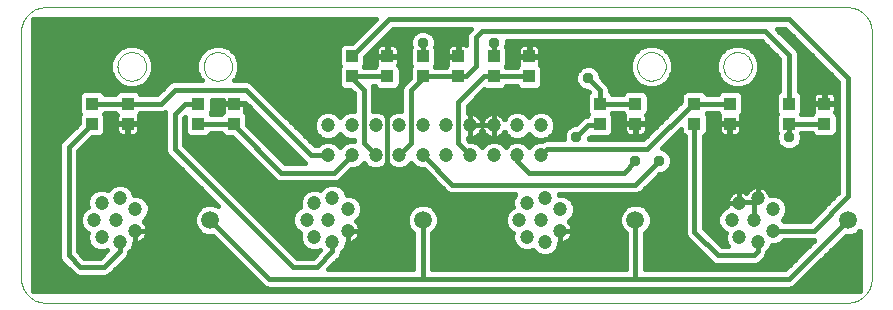
<source format=gtl>
G75*
G70*
%OFA0B0*%
%FSLAX24Y24*%
%IPPOS*%
%LPD*%
%AMOC8*
5,1,8,0,0,1.08239X$1,22.5*
%
%ADD10C,0.0000*%
%ADD11C,0.0472*%
%ADD12C,0.0591*%
%ADD13R,0.0394X0.0433*%
%ADD14C,0.0160*%
%ADD15C,0.0376*%
D10*
X021004Y000888D02*
X021004Y009156D01*
X021006Y009210D01*
X021011Y009263D01*
X021020Y009316D01*
X021033Y009368D01*
X021049Y009420D01*
X021069Y009470D01*
X021092Y009518D01*
X021119Y009565D01*
X021148Y009610D01*
X021181Y009653D01*
X021216Y009693D01*
X021254Y009731D01*
X021294Y009766D01*
X021337Y009799D01*
X021382Y009828D01*
X021429Y009855D01*
X021477Y009878D01*
X021527Y009898D01*
X021579Y009914D01*
X021631Y009927D01*
X021684Y009936D01*
X021737Y009941D01*
X021791Y009943D01*
X048563Y009943D01*
X048617Y009941D01*
X048670Y009936D01*
X048723Y009927D01*
X048775Y009914D01*
X048827Y009898D01*
X048877Y009878D01*
X048925Y009855D01*
X048972Y009828D01*
X049017Y009799D01*
X049060Y009766D01*
X049100Y009731D01*
X049138Y009693D01*
X049173Y009653D01*
X049206Y009610D01*
X049235Y009565D01*
X049262Y009518D01*
X049285Y009470D01*
X049305Y009420D01*
X049321Y009368D01*
X049334Y009316D01*
X049343Y009263D01*
X049348Y009210D01*
X049350Y009156D01*
X049351Y009156D02*
X049351Y000888D01*
X049350Y000888D02*
X049348Y000834D01*
X049343Y000781D01*
X049334Y000728D01*
X049321Y000676D01*
X049305Y000624D01*
X049285Y000574D01*
X049262Y000526D01*
X049235Y000479D01*
X049206Y000434D01*
X049173Y000391D01*
X049138Y000351D01*
X049100Y000313D01*
X049060Y000278D01*
X049017Y000245D01*
X048972Y000216D01*
X048925Y000189D01*
X048877Y000166D01*
X048827Y000146D01*
X048775Y000130D01*
X048723Y000117D01*
X048670Y000108D01*
X048617Y000103D01*
X048563Y000101D01*
X021791Y000101D01*
X021737Y000103D01*
X021684Y000108D01*
X021631Y000117D01*
X021579Y000130D01*
X021527Y000146D01*
X021477Y000166D01*
X021429Y000189D01*
X021382Y000216D01*
X021337Y000245D01*
X021294Y000278D01*
X021254Y000313D01*
X021216Y000351D01*
X021181Y000391D01*
X021148Y000434D01*
X021119Y000479D01*
X021092Y000526D01*
X021069Y000574D01*
X021049Y000624D01*
X021033Y000676D01*
X021020Y000728D01*
X021011Y000781D01*
X021006Y000834D01*
X021004Y000888D01*
X024210Y007975D02*
X024212Y008018D01*
X024218Y008061D01*
X024228Y008103D01*
X024241Y008144D01*
X024258Y008184D01*
X024279Y008222D01*
X024303Y008258D01*
X024331Y008291D01*
X024361Y008322D01*
X024394Y008350D01*
X024429Y008375D01*
X024466Y008397D01*
X024506Y008415D01*
X024546Y008429D01*
X024588Y008440D01*
X024631Y008447D01*
X024674Y008450D01*
X024717Y008449D01*
X024760Y008444D01*
X024803Y008435D01*
X024844Y008423D01*
X024884Y008406D01*
X024922Y008386D01*
X024959Y008363D01*
X024993Y008337D01*
X025025Y008307D01*
X025053Y008275D01*
X025079Y008240D01*
X025102Y008203D01*
X025121Y008164D01*
X025136Y008124D01*
X025148Y008082D01*
X025156Y008040D01*
X025160Y007997D01*
X025160Y007953D01*
X025156Y007910D01*
X025148Y007868D01*
X025136Y007826D01*
X025121Y007786D01*
X025102Y007747D01*
X025079Y007710D01*
X025053Y007675D01*
X025025Y007643D01*
X024993Y007613D01*
X024959Y007587D01*
X024923Y007564D01*
X024884Y007544D01*
X024844Y007527D01*
X024803Y007515D01*
X024760Y007506D01*
X024717Y007501D01*
X024674Y007500D01*
X024631Y007503D01*
X024588Y007510D01*
X024546Y007521D01*
X024506Y007535D01*
X024466Y007553D01*
X024429Y007575D01*
X024394Y007600D01*
X024361Y007628D01*
X024331Y007659D01*
X024303Y007692D01*
X024279Y007728D01*
X024258Y007766D01*
X024241Y007806D01*
X024228Y007847D01*
X024218Y007889D01*
X024212Y007932D01*
X024210Y007975D01*
X027084Y007975D02*
X027086Y008018D01*
X027092Y008061D01*
X027102Y008103D01*
X027115Y008144D01*
X027132Y008184D01*
X027153Y008222D01*
X027177Y008258D01*
X027205Y008291D01*
X027235Y008322D01*
X027268Y008350D01*
X027303Y008375D01*
X027340Y008397D01*
X027380Y008415D01*
X027420Y008429D01*
X027462Y008440D01*
X027505Y008447D01*
X027548Y008450D01*
X027591Y008449D01*
X027634Y008444D01*
X027677Y008435D01*
X027718Y008423D01*
X027758Y008406D01*
X027796Y008386D01*
X027833Y008363D01*
X027867Y008337D01*
X027899Y008307D01*
X027927Y008275D01*
X027953Y008240D01*
X027976Y008203D01*
X027995Y008164D01*
X028010Y008124D01*
X028022Y008082D01*
X028030Y008040D01*
X028034Y007997D01*
X028034Y007953D01*
X028030Y007910D01*
X028022Y007868D01*
X028010Y007826D01*
X027995Y007786D01*
X027976Y007747D01*
X027953Y007710D01*
X027927Y007675D01*
X027899Y007643D01*
X027867Y007613D01*
X027833Y007587D01*
X027797Y007564D01*
X027758Y007544D01*
X027718Y007527D01*
X027677Y007515D01*
X027634Y007506D01*
X027591Y007501D01*
X027548Y007500D01*
X027505Y007503D01*
X027462Y007510D01*
X027420Y007521D01*
X027380Y007535D01*
X027340Y007553D01*
X027303Y007575D01*
X027268Y007600D01*
X027235Y007628D01*
X027205Y007659D01*
X027177Y007692D01*
X027153Y007728D01*
X027132Y007766D01*
X027115Y007806D01*
X027102Y007847D01*
X027092Y007889D01*
X027086Y007932D01*
X027084Y007975D01*
X041533Y007975D02*
X041535Y008018D01*
X041541Y008061D01*
X041551Y008103D01*
X041564Y008144D01*
X041581Y008184D01*
X041602Y008222D01*
X041626Y008258D01*
X041654Y008291D01*
X041684Y008322D01*
X041717Y008350D01*
X041752Y008375D01*
X041789Y008397D01*
X041829Y008415D01*
X041869Y008429D01*
X041911Y008440D01*
X041954Y008447D01*
X041997Y008450D01*
X042040Y008449D01*
X042083Y008444D01*
X042126Y008435D01*
X042167Y008423D01*
X042207Y008406D01*
X042245Y008386D01*
X042282Y008363D01*
X042316Y008337D01*
X042348Y008307D01*
X042376Y008275D01*
X042402Y008240D01*
X042425Y008203D01*
X042444Y008164D01*
X042459Y008124D01*
X042471Y008082D01*
X042479Y008040D01*
X042483Y007997D01*
X042483Y007953D01*
X042479Y007910D01*
X042471Y007868D01*
X042459Y007826D01*
X042444Y007786D01*
X042425Y007747D01*
X042402Y007710D01*
X042376Y007675D01*
X042348Y007643D01*
X042316Y007613D01*
X042282Y007587D01*
X042246Y007564D01*
X042207Y007544D01*
X042167Y007527D01*
X042126Y007515D01*
X042083Y007506D01*
X042040Y007501D01*
X041997Y007500D01*
X041954Y007503D01*
X041911Y007510D01*
X041869Y007521D01*
X041829Y007535D01*
X041789Y007553D01*
X041752Y007575D01*
X041717Y007600D01*
X041684Y007628D01*
X041654Y007659D01*
X041626Y007692D01*
X041602Y007728D01*
X041581Y007766D01*
X041564Y007806D01*
X041551Y007847D01*
X041541Y007889D01*
X041535Y007932D01*
X041533Y007975D01*
X044407Y007975D02*
X044409Y008018D01*
X044415Y008061D01*
X044425Y008103D01*
X044438Y008144D01*
X044455Y008184D01*
X044476Y008222D01*
X044500Y008258D01*
X044528Y008291D01*
X044558Y008322D01*
X044591Y008350D01*
X044626Y008375D01*
X044663Y008397D01*
X044703Y008415D01*
X044743Y008429D01*
X044785Y008440D01*
X044828Y008447D01*
X044871Y008450D01*
X044914Y008449D01*
X044957Y008444D01*
X045000Y008435D01*
X045041Y008423D01*
X045081Y008406D01*
X045119Y008386D01*
X045156Y008363D01*
X045190Y008337D01*
X045222Y008307D01*
X045250Y008275D01*
X045276Y008240D01*
X045299Y008203D01*
X045318Y008164D01*
X045333Y008124D01*
X045345Y008082D01*
X045353Y008040D01*
X045357Y007997D01*
X045357Y007953D01*
X045353Y007910D01*
X045345Y007868D01*
X045333Y007826D01*
X045318Y007786D01*
X045299Y007747D01*
X045276Y007710D01*
X045250Y007675D01*
X045222Y007643D01*
X045190Y007613D01*
X045156Y007587D01*
X045120Y007564D01*
X045081Y007544D01*
X045041Y007527D01*
X045000Y007515D01*
X044957Y007506D01*
X044914Y007501D01*
X044871Y007500D01*
X044828Y007503D01*
X044785Y007510D01*
X044743Y007521D01*
X044703Y007535D01*
X044663Y007553D01*
X044626Y007575D01*
X044591Y007600D01*
X044558Y007628D01*
X044528Y007659D01*
X044500Y007692D01*
X044476Y007728D01*
X044455Y007766D01*
X044438Y007806D01*
X044425Y007847D01*
X044415Y007889D01*
X044409Y007932D01*
X044407Y007975D01*
D11*
X038327Y006006D03*
X037540Y006006D03*
X036752Y006006D03*
X035965Y006006D03*
X035177Y006006D03*
X034390Y006006D03*
X033603Y006006D03*
X032815Y006006D03*
X032028Y006006D03*
X031240Y006006D03*
X031240Y005022D03*
X032028Y005022D03*
X032815Y005022D03*
X033603Y005022D03*
X034390Y005022D03*
X035177Y005022D03*
X035965Y005022D03*
X036752Y005022D03*
X037540Y005022D03*
X038327Y005022D03*
X038465Y003585D03*
X037854Y003428D03*
X037599Y002857D03*
X038327Y002857D03*
X038977Y003211D03*
X038977Y002502D03*
X038465Y002128D03*
X037854Y002286D03*
X031890Y002502D03*
X031378Y002128D03*
X030768Y002286D03*
X030512Y002857D03*
X030768Y003428D03*
X031378Y003585D03*
X031890Y003211D03*
X031240Y002857D03*
X024803Y002502D03*
X024291Y002128D03*
X023681Y002286D03*
X023425Y002857D03*
X024154Y002857D03*
X024803Y003211D03*
X024291Y003585D03*
X023681Y003428D03*
X044685Y002857D03*
X045414Y002857D03*
X046063Y003211D03*
X045551Y003585D03*
X044941Y003428D03*
X046063Y002502D03*
X045551Y002128D03*
X044941Y002286D03*
D12*
X041477Y002857D03*
X034390Y002857D03*
X027303Y002857D03*
X022185Y007581D03*
X048563Y002857D03*
D13*
X047776Y006065D03*
X046595Y006065D03*
X046595Y006735D03*
X047776Y006735D03*
X044626Y006735D03*
X044626Y006065D03*
X043445Y006065D03*
X043445Y006735D03*
X041477Y006735D03*
X040295Y006735D03*
X040295Y006065D03*
X041477Y006065D03*
X037933Y007640D03*
X036752Y007640D03*
X036752Y008309D03*
X037933Y008309D03*
X035571Y008309D03*
X034390Y008309D03*
X033209Y008309D03*
X033209Y007640D03*
X034390Y007640D03*
X035571Y007640D03*
X032028Y007640D03*
X032028Y008309D03*
X028091Y006735D03*
X026910Y006735D03*
X026910Y006065D03*
X028091Y006065D03*
X024547Y006065D03*
X023366Y006065D03*
X023366Y006735D03*
X024547Y006735D03*
D14*
X025669Y006735D01*
X026122Y007187D01*
X028484Y007187D01*
X030650Y005022D01*
X031240Y005022D01*
X030887Y005342D02*
X030782Y005342D01*
X028756Y007369D01*
X028666Y007459D01*
X028548Y007507D01*
X028103Y007507D01*
X028165Y007570D01*
X028274Y007833D01*
X028274Y008117D01*
X028165Y008380D01*
X027964Y008581D01*
X027701Y008690D01*
X027417Y008690D01*
X027154Y008581D01*
X026953Y008380D01*
X026844Y008117D01*
X026844Y007833D01*
X026953Y007570D01*
X027016Y007507D01*
X026186Y007507D01*
X026059Y007507D01*
X025941Y007459D01*
X025537Y007055D01*
X024961Y007055D01*
X024948Y007087D01*
X024880Y007155D01*
X024792Y007191D01*
X024303Y007191D01*
X024215Y007155D01*
X024147Y007087D01*
X024134Y007055D01*
X023780Y007055D01*
X023767Y007087D01*
X023699Y007155D01*
X023611Y007191D01*
X023122Y007191D01*
X023033Y007155D01*
X022966Y007087D01*
X022929Y006999D01*
X022929Y006470D01*
X022959Y006400D01*
X022929Y006330D01*
X022929Y006081D01*
X022308Y005459D01*
X022259Y005342D01*
X022259Y005214D01*
X022259Y001612D01*
X022308Y001494D01*
X022398Y001404D01*
X022791Y001011D01*
X022909Y000962D01*
X023036Y000962D01*
X023824Y000962D01*
X023941Y001011D01*
X024031Y001101D01*
X024563Y001632D01*
X024611Y001750D01*
X024611Y001775D01*
X024695Y001859D01*
X024768Y002034D01*
X024768Y002087D01*
X024771Y002086D01*
X024803Y002086D01*
X024803Y002502D01*
X024803Y002502D01*
X024803Y002086D01*
X024836Y002086D01*
X024901Y002096D01*
X024963Y002117D01*
X025021Y002146D01*
X025074Y002185D01*
X025121Y002231D01*
X025159Y002284D01*
X025189Y002343D01*
X025209Y002405D01*
X025219Y002470D01*
X025219Y002502D01*
X024804Y002502D01*
X024804Y002503D01*
X025219Y002503D01*
X025219Y002535D01*
X025209Y002600D01*
X025189Y002662D01*
X025159Y002720D01*
X025121Y002774D01*
X025080Y002814D01*
X025207Y002941D01*
X025279Y003116D01*
X025279Y003306D01*
X025207Y003481D01*
X025073Y003615D01*
X024898Y003687D01*
X024765Y003687D01*
X024695Y003855D01*
X024561Y003989D01*
X024386Y004061D01*
X024197Y004061D01*
X024022Y003989D01*
X023890Y003857D01*
X023776Y003904D01*
X023586Y003904D01*
X023411Y003831D01*
X023278Y003697D01*
X023205Y003522D01*
X023205Y003333D01*
X023223Y003288D01*
X023156Y003260D01*
X023022Y003126D01*
X022949Y002951D01*
X022949Y002762D01*
X023022Y002587D01*
X023156Y002453D01*
X023223Y002425D01*
X023205Y002381D01*
X023205Y002191D01*
X023278Y002016D01*
X023411Y001882D01*
X023586Y001810D01*
X023776Y001810D01*
X023877Y001851D01*
X023627Y001602D01*
X023105Y001602D01*
X022899Y001808D01*
X022899Y005145D01*
X023362Y005609D01*
X023611Y005609D01*
X023699Y005645D01*
X023767Y005713D01*
X023803Y005801D01*
X023803Y006330D01*
X023774Y006400D01*
X023780Y006415D01*
X024134Y006415D01*
X024147Y006382D01*
X024182Y006347D01*
X024171Y006306D01*
X024171Y006084D01*
X024529Y006084D01*
X024529Y006047D01*
X024171Y006047D01*
X024171Y005825D01*
X024183Y005779D01*
X024206Y005738D01*
X024240Y005705D01*
X024281Y005681D01*
X024327Y005669D01*
X024529Y005669D01*
X024529Y006047D01*
X024566Y006047D01*
X024566Y006084D01*
X024924Y006084D01*
X024924Y006306D01*
X024913Y006347D01*
X024948Y006382D01*
X024961Y006415D01*
X025733Y006415D01*
X025802Y006443D01*
X025802Y006336D01*
X025802Y005155D01*
X025851Y005038D01*
X025941Y004948D01*
X027558Y003330D01*
X027410Y003392D01*
X027197Y003392D01*
X027000Y003310D01*
X026850Y003160D01*
X026768Y002963D01*
X026768Y002750D01*
X026850Y002553D01*
X027000Y002403D01*
X027197Y002321D01*
X027386Y002321D01*
X029001Y000707D01*
X029091Y000617D01*
X029208Y000568D01*
X034326Y000568D01*
X034454Y000568D01*
X041413Y000568D01*
X041540Y000568D01*
X046531Y000568D01*
X046658Y000568D01*
X046776Y000617D01*
X048480Y002321D01*
X048670Y002321D01*
X048866Y002403D01*
X048957Y002493D01*
X048957Y000510D01*
X048950Y000501D01*
X048941Y000494D01*
X021414Y000494D01*
X021404Y000501D01*
X021398Y000510D01*
X021398Y009534D01*
X021404Y009543D01*
X021414Y009550D01*
X032815Y009550D01*
X032032Y008766D01*
X031783Y008766D01*
X031695Y008729D01*
X031627Y008662D01*
X031591Y008574D01*
X031591Y008045D01*
X031620Y007975D01*
X031591Y007904D01*
X031591Y007376D01*
X031627Y007288D01*
X031695Y007220D01*
X031783Y007184D01*
X031973Y007184D01*
X032101Y007055D01*
X032101Y006482D01*
X031933Y006482D01*
X031758Y006410D01*
X031634Y006286D01*
X031510Y006410D01*
X031335Y006482D01*
X031146Y006482D01*
X030971Y006410D01*
X030837Y006276D01*
X030764Y006101D01*
X030764Y005912D01*
X030837Y005737D01*
X030971Y005603D01*
X031146Y005530D01*
X031335Y005530D01*
X031510Y005603D01*
X031634Y005727D01*
X031758Y005603D01*
X031933Y005530D01*
X032101Y005530D01*
X032101Y005498D01*
X031933Y005498D01*
X031758Y005426D01*
X031634Y005302D01*
X031510Y005426D01*
X031335Y005498D01*
X031146Y005498D01*
X030971Y005426D01*
X030887Y005342D01*
X031129Y005491D02*
X030633Y005491D01*
X030475Y005650D02*
X030923Y005650D01*
X030807Y005808D02*
X030316Y005808D01*
X030157Y005967D02*
X030764Y005967D01*
X030774Y006125D02*
X029999Y006125D01*
X029840Y006284D02*
X030845Y006284D01*
X031049Y006443D02*
X029682Y006443D01*
X029523Y006601D02*
X032101Y006601D01*
X032101Y006760D02*
X029365Y006760D01*
X029206Y006918D02*
X032101Y006918D01*
X032080Y007077D02*
X029048Y007077D01*
X028889Y007235D02*
X031680Y007235D01*
X031591Y007394D02*
X028731Y007394D01*
X028224Y007711D02*
X031591Y007711D01*
X031591Y007869D02*
X028274Y007869D01*
X028274Y008028D02*
X031598Y008028D01*
X031591Y008186D02*
X028245Y008186D01*
X028180Y008345D02*
X031591Y008345D01*
X031591Y008504D02*
X028042Y008504D01*
X027768Y008662D02*
X031628Y008662D01*
X032086Y008821D02*
X021398Y008821D01*
X021398Y008979D02*
X032245Y008979D01*
X032403Y009138D02*
X021398Y009138D01*
X021398Y009296D02*
X032562Y009296D01*
X032721Y009455D02*
X021398Y009455D01*
X021398Y008662D02*
X024476Y008662D01*
X024543Y008690D02*
X024280Y008581D01*
X024079Y008380D01*
X023970Y008117D01*
X023970Y007833D01*
X024079Y007570D01*
X024280Y007369D01*
X024543Y007260D01*
X024827Y007260D01*
X025090Y007369D01*
X025291Y007570D01*
X025400Y007833D01*
X025400Y008117D01*
X025291Y008380D01*
X025090Y008581D01*
X024827Y008690D01*
X024543Y008690D01*
X024894Y008662D02*
X027350Y008662D01*
X027077Y008504D02*
X025168Y008504D01*
X025306Y008345D02*
X026939Y008345D01*
X026873Y008186D02*
X025371Y008186D01*
X025400Y008028D02*
X026844Y008028D01*
X026844Y007869D02*
X025400Y007869D01*
X025350Y007711D02*
X026895Y007711D01*
X026971Y007552D02*
X025274Y007552D01*
X025115Y007394D02*
X025876Y007394D01*
X025717Y007235D02*
X021398Y007235D01*
X021398Y007077D02*
X022962Y007077D01*
X022929Y006918D02*
X021398Y006918D01*
X021398Y006760D02*
X022929Y006760D01*
X022929Y006601D02*
X021398Y006601D01*
X021398Y006443D02*
X022941Y006443D01*
X022929Y006284D02*
X021398Y006284D01*
X021398Y006125D02*
X022929Y006125D01*
X022815Y005967D02*
X021398Y005967D01*
X021398Y005808D02*
X022657Y005808D01*
X022498Y005650D02*
X021398Y005650D01*
X021398Y005491D02*
X022340Y005491D01*
X022259Y005333D02*
X021398Y005333D01*
X021398Y005174D02*
X022259Y005174D01*
X022259Y005016D02*
X021398Y005016D01*
X021398Y004857D02*
X022259Y004857D01*
X022259Y004699D02*
X021398Y004699D01*
X021398Y004540D02*
X022259Y004540D01*
X022259Y004381D02*
X021398Y004381D01*
X021398Y004223D02*
X022259Y004223D01*
X022259Y004064D02*
X021398Y004064D01*
X021398Y003906D02*
X022259Y003906D01*
X022259Y003747D02*
X021398Y003747D01*
X021398Y003589D02*
X022259Y003589D01*
X022259Y003430D02*
X021398Y003430D01*
X021398Y003272D02*
X022259Y003272D01*
X022259Y003113D02*
X021398Y003113D01*
X021398Y002955D02*
X022259Y002955D01*
X022259Y002796D02*
X021398Y002796D01*
X021398Y002637D02*
X022259Y002637D01*
X022259Y002479D02*
X021398Y002479D01*
X021398Y002320D02*
X022259Y002320D01*
X022259Y002162D02*
X021398Y002162D01*
X021398Y002003D02*
X022259Y002003D01*
X022259Y001845D02*
X021398Y001845D01*
X021398Y001686D02*
X022259Y001686D01*
X022294Y001528D02*
X021398Y001528D01*
X021398Y001369D02*
X022433Y001369D01*
X022591Y001211D02*
X021398Y001211D01*
X021398Y001052D02*
X022750Y001052D01*
X022973Y001282D02*
X022579Y001676D01*
X022579Y005278D01*
X023366Y006065D01*
X023803Y006125D02*
X024171Y006125D01*
X024171Y005967D02*
X023803Y005967D01*
X023803Y005808D02*
X024175Y005808D01*
X024529Y005808D02*
X024566Y005808D01*
X024566Y005669D02*
X024768Y005669D01*
X024814Y005681D01*
X024855Y005705D01*
X024888Y005738D01*
X024912Y005779D01*
X024924Y005825D01*
X024924Y006047D01*
X024566Y006047D01*
X024566Y005669D01*
X024566Y005967D02*
X024529Y005967D01*
X024924Y005967D02*
X025802Y005967D01*
X025802Y006125D02*
X024924Y006125D01*
X024924Y006284D02*
X025802Y006284D01*
X025800Y006443D02*
X025802Y006443D01*
X026122Y006400D02*
X026457Y006735D01*
X026910Y006735D01*
X027346Y006760D02*
X027714Y006760D01*
X027714Y006753D02*
X027714Y006867D01*
X027346Y006867D01*
X027346Y006470D01*
X027317Y006400D01*
X027323Y006385D01*
X027677Y006385D01*
X027690Y006418D01*
X027725Y006453D01*
X027714Y006494D01*
X027714Y006716D01*
X028072Y006716D01*
X028072Y006753D01*
X027714Y006753D01*
X027714Y006601D02*
X027346Y006601D01*
X027335Y006443D02*
X027715Y006443D01*
X028109Y006716D02*
X028109Y006753D01*
X028466Y006753D01*
X030468Y004751D01*
X029798Y004751D01*
X028528Y006022D01*
X028528Y006330D01*
X028491Y006418D01*
X028456Y006453D01*
X028468Y006494D01*
X028468Y006716D01*
X028109Y006716D01*
X028468Y006601D02*
X028618Y006601D01*
X028466Y006443D02*
X028777Y006443D01*
X028935Y006284D02*
X028528Y006284D01*
X028528Y006125D02*
X029094Y006125D01*
X029252Y005967D02*
X028583Y005967D01*
X028741Y005808D02*
X029411Y005808D01*
X029569Y005650D02*
X028900Y005650D01*
X029058Y005491D02*
X029728Y005491D01*
X029886Y005333D02*
X029217Y005333D01*
X029375Y005174D02*
X030045Y005174D01*
X030204Y005016D02*
X029534Y005016D01*
X029692Y004857D02*
X030362Y004857D01*
X029666Y004431D02*
X028091Y006006D01*
X028091Y006065D01*
X026910Y006065D01*
X026473Y006125D02*
X026442Y006125D01*
X026442Y006267D02*
X026473Y006298D01*
X026473Y005801D01*
X026509Y005713D01*
X026577Y005645D01*
X026665Y005609D01*
X027154Y005609D01*
X027242Y005645D01*
X027310Y005713D01*
X027323Y005745D01*
X027677Y005745D01*
X027690Y005713D01*
X027758Y005645D01*
X027846Y005609D01*
X028036Y005609D01*
X029484Y004160D01*
X029602Y004111D01*
X029729Y004111D01*
X031501Y004111D01*
X031618Y004160D01*
X031708Y004250D01*
X032004Y004546D01*
X032122Y004546D01*
X032297Y004618D01*
X032421Y004742D01*
X032545Y004618D01*
X032720Y004546D01*
X032910Y004546D01*
X033085Y004618D01*
X033209Y004742D01*
X033333Y004618D01*
X033508Y004546D01*
X033697Y004546D01*
X033872Y004618D01*
X033996Y004742D01*
X034120Y004618D01*
X034295Y004546D01*
X034414Y004546D01*
X035103Y003856D01*
X035193Y003766D01*
X035310Y003718D01*
X037471Y003718D01*
X037451Y003697D01*
X037378Y003522D01*
X037378Y003333D01*
X037397Y003288D01*
X037329Y003260D01*
X037195Y003126D01*
X037122Y002951D01*
X037122Y002762D01*
X037195Y002587D01*
X037329Y002453D01*
X037397Y002425D01*
X037378Y002381D01*
X037378Y002191D01*
X037451Y002016D01*
X037585Y001882D01*
X037760Y001810D01*
X037949Y001810D01*
X038063Y001857D01*
X038195Y001725D01*
X038370Y001652D01*
X038559Y001652D01*
X038734Y001725D01*
X038868Y001859D01*
X038941Y002034D01*
X038941Y002087D01*
X038944Y002086D01*
X038976Y002086D01*
X038976Y002502D01*
X038977Y002502D01*
X038977Y002503D01*
X039393Y002503D01*
X039393Y002535D01*
X039382Y002600D01*
X039362Y002662D01*
X039332Y002720D01*
X039294Y002774D01*
X039253Y002814D01*
X039380Y002941D01*
X039453Y003116D01*
X039453Y003306D01*
X039380Y003481D01*
X039246Y003615D01*
X039071Y003687D01*
X038938Y003687D01*
X038925Y003718D01*
X041413Y003718D01*
X041540Y003718D01*
X041658Y003766D01*
X042288Y004397D01*
X042349Y004397D01*
X042506Y004462D01*
X042627Y004583D01*
X042692Y004740D01*
X042692Y004910D01*
X042627Y005068D01*
X042506Y005188D01*
X042355Y005251D01*
X043008Y005904D01*
X043008Y005801D01*
X043045Y005713D01*
X043112Y005645D01*
X043125Y005640D01*
X043125Y002399D01*
X043174Y002282D01*
X043264Y002192D01*
X044051Y001404D01*
X044169Y001356D01*
X044296Y001356D01*
X045477Y001356D01*
X045595Y001404D01*
X045685Y001494D01*
X045823Y001632D01*
X045871Y001750D01*
X045871Y001775D01*
X045955Y001859D01*
X046024Y002026D01*
X046158Y002026D01*
X046333Y002099D01*
X046417Y002182D01*
X047436Y002182D01*
X046462Y001208D01*
X041796Y001208D01*
X041796Y002420D01*
X041930Y002553D01*
X042012Y002750D01*
X042012Y002963D01*
X041930Y003160D01*
X041780Y003310D01*
X041583Y003392D01*
X041370Y003392D01*
X041173Y003310D01*
X041023Y003160D01*
X040941Y002963D01*
X040941Y002750D01*
X041023Y002553D01*
X041157Y002420D01*
X041157Y001208D01*
X034710Y001208D01*
X034710Y002420D01*
X034844Y002553D01*
X034925Y002750D01*
X034925Y002963D01*
X034844Y003160D01*
X034693Y003310D01*
X034496Y003392D01*
X034283Y003392D01*
X034087Y003310D01*
X033936Y003160D01*
X033855Y002963D01*
X033855Y002750D01*
X033936Y002553D01*
X034070Y002420D01*
X034070Y001208D01*
X031225Y001208D01*
X031649Y001632D01*
X031698Y001750D01*
X031698Y001775D01*
X031782Y001859D01*
X031854Y002034D01*
X031854Y002087D01*
X031857Y002086D01*
X031890Y002086D01*
X031923Y002086D01*
X031987Y002096D01*
X032050Y002117D01*
X032108Y002146D01*
X032161Y002185D01*
X032207Y002231D01*
X032246Y002284D01*
X032276Y002343D01*
X032296Y002405D01*
X032306Y002470D01*
X032306Y002502D01*
X031890Y002502D01*
X031890Y002086D01*
X031890Y002502D01*
X031890Y002502D01*
X031890Y002503D01*
X032306Y002503D01*
X032306Y002535D01*
X032296Y002600D01*
X032276Y002662D01*
X032246Y002720D01*
X032207Y002774D01*
X032167Y002814D01*
X032294Y002941D01*
X032366Y003116D01*
X032366Y003306D01*
X032294Y003481D01*
X032160Y003615D01*
X031985Y003687D01*
X031851Y003687D01*
X031782Y003855D01*
X031648Y003989D01*
X031473Y004061D01*
X031283Y004061D01*
X031108Y003989D01*
X030976Y003857D01*
X030863Y003904D01*
X030673Y003904D01*
X030498Y003831D01*
X030364Y003697D01*
X030292Y003522D01*
X030292Y003333D01*
X030310Y003288D01*
X030242Y003260D01*
X030108Y003126D01*
X030036Y002951D01*
X030036Y002762D01*
X030108Y002587D01*
X030242Y002453D01*
X030310Y002425D01*
X030292Y002381D01*
X030292Y002191D01*
X030364Y002016D01*
X030498Y001882D01*
X030673Y001810D01*
X030863Y001810D01*
X030964Y001851D01*
X030714Y001602D01*
X030192Y001602D01*
X026442Y005351D01*
X026442Y006267D01*
X026459Y006284D02*
X026473Y006284D01*
X026473Y005967D02*
X026442Y005967D01*
X026442Y005808D02*
X026473Y005808D01*
X026442Y005650D02*
X026572Y005650D01*
X026442Y005491D02*
X028153Y005491D01*
X028312Y005333D02*
X026461Y005333D01*
X026619Y005174D02*
X028470Y005174D01*
X028629Y005016D02*
X026778Y005016D01*
X026937Y004857D02*
X028787Y004857D01*
X028946Y004699D02*
X027095Y004699D01*
X027254Y004540D02*
X029104Y004540D01*
X029263Y004381D02*
X027412Y004381D01*
X027571Y004223D02*
X029421Y004223D01*
X029666Y004431D02*
X031437Y004431D01*
X032028Y005022D01*
X032378Y004699D02*
X032465Y004699D01*
X032815Y005022D02*
X032421Y005416D01*
X032421Y007187D01*
X032028Y007581D01*
X032028Y007640D01*
X033209Y007640D01*
X033646Y007711D02*
X033953Y007711D01*
X033953Y007597D02*
X033953Y007904D01*
X033982Y007975D01*
X033953Y008045D01*
X033953Y008574D01*
X033979Y008636D01*
X033962Y008677D01*
X033962Y008847D01*
X034027Y009005D01*
X034147Y009125D01*
X034305Y009190D01*
X034475Y009190D01*
X034632Y009125D01*
X034753Y009005D01*
X034818Y008847D01*
X034818Y008677D01*
X034801Y008636D01*
X034827Y008574D01*
X034827Y008045D01*
X034798Y007975D01*
X034804Y007960D01*
X035157Y007960D01*
X035171Y007993D01*
X035205Y008027D01*
X035194Y008069D01*
X035194Y008291D01*
X035552Y008291D01*
X035552Y008328D01*
X035194Y008328D01*
X035194Y008550D01*
X035206Y008595D01*
X035230Y008636D01*
X035264Y008670D01*
X035305Y008694D01*
X035350Y008706D01*
X035553Y008706D01*
X035553Y008328D01*
X035589Y008328D01*
X035589Y008706D01*
X035792Y008706D01*
X035837Y008694D01*
X035842Y008691D01*
X035842Y009023D01*
X035890Y009140D01*
X035980Y009230D01*
X033400Y009230D01*
X032465Y008294D01*
X032465Y008045D01*
X032435Y007975D01*
X032441Y007960D01*
X032795Y007960D01*
X032809Y007993D01*
X032843Y008027D01*
X032832Y008069D01*
X032832Y008291D01*
X033190Y008291D01*
X033190Y008328D01*
X032832Y008328D01*
X032832Y008550D01*
X032844Y008595D01*
X032868Y008636D01*
X032901Y008670D01*
X032942Y008694D01*
X032988Y008706D01*
X033190Y008706D01*
X033190Y008328D01*
X033227Y008328D01*
X033227Y008706D01*
X033429Y008706D01*
X033475Y008694D01*
X033516Y008670D01*
X033550Y008636D01*
X033573Y008595D01*
X033586Y008550D01*
X033586Y008328D01*
X033227Y008328D01*
X033227Y008291D01*
X033586Y008291D01*
X033586Y008069D01*
X033574Y008027D01*
X033609Y007993D01*
X033646Y007904D01*
X033646Y007376D01*
X033609Y007288D01*
X033542Y007220D01*
X033453Y007184D01*
X032964Y007184D01*
X032876Y007220D01*
X032809Y007288D01*
X032795Y007320D01*
X032713Y007320D01*
X032741Y007251D01*
X032741Y007124D01*
X032741Y006482D01*
X032910Y006482D01*
X033085Y006410D01*
X033209Y006286D01*
X033333Y006410D01*
X033508Y006482D01*
X033676Y006482D01*
X033676Y007124D01*
X033676Y007251D01*
X033725Y007369D01*
X033953Y007597D01*
X033909Y007552D02*
X033646Y007552D01*
X033646Y007394D02*
X033750Y007394D01*
X033676Y007235D02*
X033557Y007235D01*
X033676Y007077D02*
X032741Y007077D01*
X032741Y007235D02*
X032861Y007235D01*
X032741Y006918D02*
X033676Y006918D01*
X033676Y006760D02*
X032741Y006760D01*
X032741Y006601D02*
X033676Y006601D01*
X033411Y006443D02*
X033006Y006443D01*
X033209Y006400D02*
X033209Y004431D01*
X033165Y004699D02*
X033253Y004699D01*
X033603Y005022D02*
X033996Y005416D01*
X033996Y007187D01*
X034390Y007581D01*
X034390Y007640D01*
X035571Y007640D01*
X035827Y007640D01*
X036162Y007975D01*
X036162Y008959D01*
X036358Y009156D01*
X045807Y009156D01*
X046595Y008369D01*
X046595Y006735D01*
X047031Y006760D02*
X047399Y006760D01*
X047399Y006753D02*
X047757Y006753D01*
X047757Y006716D01*
X047399Y006716D01*
X047399Y006494D01*
X047410Y006453D01*
X047375Y006418D01*
X047362Y006385D01*
X047008Y006385D01*
X047002Y006400D01*
X047031Y006470D01*
X047031Y006999D01*
X046995Y007087D01*
X046927Y007155D01*
X046915Y007160D01*
X046915Y008305D01*
X046915Y008432D01*
X046866Y008550D01*
X046186Y009230D01*
X046462Y009230D01*
X048243Y007449D01*
X048243Y003777D01*
X047289Y002822D01*
X046417Y002822D01*
X046382Y002857D01*
X046467Y002941D01*
X046539Y003116D01*
X046539Y003306D01*
X046467Y003481D01*
X046333Y003615D01*
X046158Y003687D01*
X045968Y003687D01*
X045957Y003683D01*
X045937Y003745D01*
X045907Y003803D01*
X045869Y003856D01*
X045822Y003902D01*
X045769Y003941D01*
X045711Y003971D01*
X045649Y003991D01*
X045584Y004001D01*
X045551Y004001D01*
X045519Y004001D01*
X045454Y003991D01*
X045392Y003971D01*
X045333Y003941D01*
X045280Y003902D01*
X045234Y003856D01*
X045195Y003803D01*
X045178Y003770D01*
X045159Y003784D01*
X045101Y003813D01*
X045039Y003834D01*
X044974Y003844D01*
X044941Y003844D01*
X044908Y003844D01*
X044844Y003834D01*
X044781Y003813D01*
X044723Y003784D01*
X044670Y003745D01*
X044624Y003699D01*
X044585Y003646D01*
X044555Y003587D01*
X044535Y003525D01*
X044525Y003460D01*
X044525Y003428D01*
X044941Y003428D01*
X044941Y003844D01*
X044941Y003428D01*
X044941Y003428D01*
X044941Y003427D01*
X044525Y003427D01*
X044525Y003395D01*
X044535Y003330D01*
X044541Y003312D01*
X044415Y003260D01*
X044281Y003126D01*
X044209Y002951D01*
X044209Y002762D01*
X044281Y002587D01*
X044415Y002453D01*
X044483Y002425D01*
X044465Y002381D01*
X044465Y002191D01*
X044537Y002016D01*
X044558Y001996D01*
X044365Y001996D01*
X043765Y002596D01*
X043765Y005640D01*
X043778Y005645D01*
X043845Y005713D01*
X043882Y005801D01*
X043882Y006330D01*
X043853Y006400D01*
X043859Y006415D01*
X044212Y006415D01*
X044226Y006382D01*
X044261Y006347D01*
X044249Y006306D01*
X044249Y006084D01*
X044607Y006084D01*
X044607Y006047D01*
X044249Y006047D01*
X044249Y005825D01*
X044262Y005779D01*
X044285Y005738D01*
X044319Y005705D01*
X044360Y005681D01*
X044406Y005669D01*
X044608Y005669D01*
X044608Y006047D01*
X044645Y006047D01*
X044645Y006084D01*
X045003Y006084D01*
X045003Y006306D01*
X044992Y006347D01*
X045026Y006382D01*
X045063Y006470D01*
X045063Y006999D01*
X045026Y007087D01*
X044959Y007155D01*
X044871Y007191D01*
X044382Y007191D01*
X044293Y007155D01*
X044226Y007087D01*
X044212Y007055D01*
X043859Y007055D01*
X043845Y007087D01*
X043778Y007155D01*
X043690Y007191D01*
X043200Y007191D01*
X043112Y007155D01*
X043045Y007087D01*
X043008Y006999D01*
X043008Y006809D01*
X041738Y005539D01*
X039936Y005539D01*
X039936Y005588D01*
X039984Y005636D01*
X040051Y005609D01*
X040540Y005609D01*
X040628Y005645D01*
X040696Y005713D01*
X040732Y005801D01*
X040732Y006330D01*
X040703Y006400D01*
X040709Y006415D01*
X041063Y006415D01*
X041076Y006382D01*
X041111Y006347D01*
X041100Y006306D01*
X041100Y006084D01*
X041458Y006084D01*
X041458Y006047D01*
X041100Y006047D01*
X041100Y005825D01*
X041112Y005779D01*
X041136Y005738D01*
X041169Y005705D01*
X041210Y005681D01*
X041256Y005669D01*
X041458Y005669D01*
X041458Y006047D01*
X041495Y006047D01*
X041495Y006084D01*
X041853Y006084D01*
X041853Y006306D01*
X041842Y006347D01*
X041877Y006382D01*
X041913Y006470D01*
X041913Y006999D01*
X041877Y007087D01*
X041809Y007155D01*
X041721Y007191D01*
X041232Y007191D01*
X041144Y007155D01*
X041076Y007087D01*
X041063Y007055D01*
X040709Y007055D01*
X040696Y007087D01*
X040628Y007155D01*
X040615Y007160D01*
X040615Y007251D01*
X040567Y007369D01*
X040477Y007459D01*
X040330Y007606D01*
X040330Y007666D01*
X040265Y007824D01*
X040144Y007944D01*
X039987Y008009D01*
X039817Y008009D01*
X039659Y007944D01*
X039539Y007824D01*
X039474Y007666D01*
X039474Y007496D01*
X039539Y007339D01*
X039659Y007218D01*
X039817Y007153D01*
X039877Y007153D01*
X039919Y007111D01*
X039895Y007087D01*
X039859Y006999D01*
X039859Y006470D01*
X039888Y006400D01*
X039859Y006330D01*
X039859Y006326D01*
X039838Y006326D01*
X039720Y006278D01*
X039630Y006188D01*
X039484Y006041D01*
X039423Y006041D01*
X039266Y005976D01*
X039145Y005855D01*
X039080Y005698D01*
X039080Y005539D01*
X038460Y005539D01*
X038362Y005498D01*
X038232Y005498D01*
X038057Y005426D01*
X037933Y005302D01*
X037809Y005426D01*
X037634Y005498D01*
X037445Y005498D01*
X037270Y005426D01*
X037146Y005302D01*
X037022Y005426D01*
X036847Y005498D01*
X036657Y005498D01*
X036482Y005426D01*
X036358Y005302D01*
X036234Y005426D01*
X036059Y005498D01*
X035941Y005498D01*
X035891Y005548D01*
X035891Y005597D01*
X035932Y005590D01*
X035964Y005590D01*
X035964Y006006D01*
X035965Y006006D01*
X035965Y006006D01*
X036381Y006006D01*
X036752Y006006D01*
X036752Y006006D01*
X036752Y005590D01*
X036719Y005590D01*
X036655Y005600D01*
X036592Y005621D01*
X036534Y005650D01*
X036481Y005689D01*
X036435Y005735D01*
X036396Y005788D01*
X036366Y005846D01*
X036358Y005871D01*
X036350Y005846D01*
X036321Y005788D01*
X036282Y005735D01*
X036236Y005689D01*
X036183Y005650D01*
X036124Y005621D01*
X036062Y005600D01*
X035997Y005590D01*
X035965Y005590D01*
X035965Y006006D01*
X036381Y006006D01*
X036752Y006006D01*
X036752Y005590D01*
X036785Y005590D01*
X036850Y005600D01*
X036912Y005621D01*
X036970Y005650D01*
X037023Y005689D01*
X037070Y005735D01*
X037108Y005788D01*
X037112Y005795D01*
X037136Y005737D01*
X037270Y005603D01*
X037445Y005530D01*
X037634Y005530D01*
X037809Y005603D01*
X037933Y005727D01*
X038057Y005603D01*
X038232Y005530D01*
X038422Y005530D01*
X038597Y005603D01*
X038731Y005737D01*
X038803Y005912D01*
X038803Y006101D01*
X038731Y006276D01*
X038597Y006410D01*
X038422Y006482D01*
X038232Y006482D01*
X038057Y006410D01*
X037933Y006286D01*
X037809Y006410D01*
X037634Y006482D01*
X037445Y006482D01*
X037270Y006410D01*
X037136Y006276D01*
X037112Y006218D01*
X037108Y006224D01*
X037070Y006277D01*
X037023Y006324D01*
X036970Y006362D01*
X036912Y006392D01*
X036850Y006412D01*
X036785Y006422D01*
X036752Y006422D01*
X036719Y006422D01*
X036655Y006412D01*
X036592Y006392D01*
X036534Y006362D01*
X036481Y006324D01*
X036435Y006277D01*
X036396Y006224D01*
X036366Y006166D01*
X036358Y006141D01*
X036350Y006166D01*
X036321Y006224D01*
X036282Y006277D01*
X036236Y006324D01*
X036183Y006362D01*
X036124Y006392D01*
X036062Y006412D01*
X035997Y006422D01*
X035965Y006422D01*
X035965Y006007D01*
X035964Y006007D01*
X035964Y006422D01*
X035932Y006422D01*
X035891Y006416D01*
X035891Y006661D01*
X036441Y007211D01*
X036508Y007184D01*
X036997Y007184D01*
X037085Y007220D01*
X037152Y007288D01*
X037166Y007320D01*
X037519Y007320D01*
X037533Y007288D01*
X037600Y007220D01*
X037689Y007184D01*
X038178Y007184D01*
X038266Y007220D01*
X038334Y007288D01*
X038370Y007376D01*
X038370Y007904D01*
X038334Y007993D01*
X038299Y008027D01*
X038310Y008069D01*
X038310Y008291D01*
X037952Y008291D01*
X037952Y008328D01*
X038310Y008328D01*
X038310Y008550D01*
X038298Y008595D01*
X038274Y008636D01*
X038241Y008670D01*
X038200Y008694D01*
X038154Y008706D01*
X037952Y008706D01*
X037952Y008328D01*
X037915Y008328D01*
X037915Y008706D01*
X037713Y008706D01*
X037667Y008694D01*
X037626Y008670D01*
X037592Y008636D01*
X037569Y008595D01*
X037556Y008550D01*
X037556Y008328D01*
X037915Y008328D01*
X037915Y008291D01*
X037556Y008291D01*
X037556Y008069D01*
X037568Y008027D01*
X037533Y007993D01*
X037519Y007960D01*
X037166Y007960D01*
X037160Y007975D01*
X037189Y008045D01*
X037189Y008574D01*
X037163Y008636D01*
X037180Y008677D01*
X037180Y008836D01*
X045675Y008836D01*
X046275Y008236D01*
X046275Y007160D01*
X046262Y007155D01*
X046194Y007087D01*
X046158Y006999D01*
X046158Y006470D01*
X046187Y006400D01*
X046158Y006330D01*
X046158Y005801D01*
X046184Y005739D01*
X046167Y005698D01*
X046167Y005527D01*
X046232Y005370D01*
X046352Y005250D01*
X046509Y005184D01*
X046680Y005184D01*
X046837Y005250D01*
X046958Y005370D01*
X047023Y005527D01*
X047023Y005698D01*
X047006Y005739D01*
X047008Y005745D01*
X047362Y005745D01*
X047375Y005713D01*
X047443Y005645D01*
X047531Y005609D01*
X048020Y005609D01*
X048109Y005645D01*
X048176Y005713D01*
X048213Y005801D01*
X048213Y006330D01*
X048176Y006418D01*
X048141Y006453D01*
X048153Y006494D01*
X048153Y006716D01*
X047794Y006716D01*
X047794Y006753D01*
X047757Y006753D01*
X047757Y007131D01*
X047555Y007131D01*
X047509Y007119D01*
X047468Y007095D01*
X047435Y007062D01*
X047411Y007021D01*
X047399Y006975D01*
X047399Y006753D01*
X047399Y006601D02*
X047031Y006601D01*
X047020Y006443D02*
X047400Y006443D01*
X047757Y006760D02*
X047794Y006760D01*
X047794Y006753D02*
X047794Y007131D01*
X047996Y007131D01*
X048042Y007119D01*
X048083Y007095D01*
X048117Y007062D01*
X048140Y007021D01*
X048153Y006975D01*
X048153Y006753D01*
X047794Y006753D01*
X047794Y006918D02*
X047757Y006918D01*
X047757Y007077D02*
X047794Y007077D01*
X048102Y007077D02*
X048243Y007077D01*
X048243Y007235D02*
X046915Y007235D01*
X046915Y007394D02*
X048243Y007394D01*
X048139Y007552D02*
X046915Y007552D01*
X046915Y007711D02*
X047981Y007711D01*
X047822Y007869D02*
X046915Y007869D01*
X046915Y008028D02*
X047664Y008028D01*
X047505Y008186D02*
X046915Y008186D01*
X046915Y008345D02*
X047347Y008345D01*
X047188Y008504D02*
X046885Y008504D01*
X046754Y008662D02*
X047030Y008662D01*
X046871Y008821D02*
X046595Y008821D01*
X046712Y008979D02*
X046436Y008979D01*
X046554Y009138D02*
X046278Y009138D01*
X045690Y008821D02*
X037180Y008821D01*
X037174Y008662D02*
X037618Y008662D01*
X037556Y008504D02*
X037189Y008504D01*
X037189Y008345D02*
X037556Y008345D01*
X037556Y008186D02*
X037189Y008186D01*
X037182Y008028D02*
X037567Y008028D01*
X037915Y008345D02*
X037952Y008345D01*
X037952Y008504D02*
X037915Y008504D01*
X037915Y008662D02*
X037952Y008662D01*
X038248Y008662D02*
X041799Y008662D01*
X041866Y008690D02*
X041603Y008581D01*
X041402Y008380D01*
X041293Y008117D01*
X041293Y007833D01*
X041402Y007570D01*
X041603Y007369D01*
X041866Y007260D01*
X042150Y007260D01*
X042413Y007369D01*
X042614Y007570D01*
X042723Y007833D01*
X042723Y008117D01*
X042614Y008380D01*
X042413Y008581D01*
X042150Y008690D01*
X041866Y008690D01*
X042217Y008662D02*
X044673Y008662D01*
X044740Y008690D02*
X044477Y008581D01*
X044276Y008380D01*
X044167Y008117D01*
X044167Y007833D01*
X044276Y007570D01*
X044477Y007369D01*
X044740Y007260D01*
X045024Y007260D01*
X045287Y007369D01*
X045488Y007570D01*
X045597Y007833D01*
X045597Y008117D01*
X045488Y008380D01*
X045287Y008581D01*
X045024Y008690D01*
X044740Y008690D01*
X045091Y008662D02*
X045848Y008662D01*
X046007Y008504D02*
X045364Y008504D01*
X045503Y008345D02*
X046166Y008345D01*
X046275Y008186D02*
X045568Y008186D01*
X045597Y008028D02*
X046275Y008028D01*
X046275Y007869D02*
X045597Y007869D01*
X045547Y007711D02*
X046275Y007711D01*
X046275Y007552D02*
X045471Y007552D01*
X045312Y007394D02*
X046275Y007394D01*
X046275Y007235D02*
X040615Y007235D01*
X040542Y007394D02*
X041578Y007394D01*
X041419Y007552D02*
X040383Y007552D01*
X040311Y007711D02*
X041343Y007711D01*
X041293Y007869D02*
X040219Y007869D01*
X039902Y007581D02*
X040295Y007187D01*
X040295Y006735D01*
X041477Y006735D01*
X041913Y006760D02*
X042958Y006760D01*
X043008Y006918D02*
X041913Y006918D01*
X041881Y007077D02*
X043040Y007077D01*
X043386Y006735D02*
X043445Y006735D01*
X044626Y006735D01*
X045063Y006760D02*
X046158Y006760D01*
X046158Y006918D02*
X045063Y006918D01*
X045031Y007077D02*
X046190Y007077D01*
X046158Y006601D02*
X045063Y006601D01*
X045051Y006443D02*
X046169Y006443D01*
X046158Y006284D02*
X045003Y006284D01*
X045003Y006125D02*
X046158Y006125D01*
X046158Y005967D02*
X045003Y005967D01*
X045003Y006047D02*
X044645Y006047D01*
X044645Y005669D01*
X044847Y005669D01*
X044892Y005681D01*
X044934Y005705D01*
X044967Y005738D01*
X044991Y005779D01*
X045003Y005825D01*
X045003Y006047D01*
X044998Y005808D02*
X046158Y005808D01*
X046167Y005650D02*
X043782Y005650D01*
X043765Y005491D02*
X046181Y005491D01*
X046269Y005333D02*
X043765Y005333D01*
X043765Y005174D02*
X048243Y005174D01*
X048243Y005016D02*
X043765Y005016D01*
X043765Y004857D02*
X048243Y004857D01*
X048243Y004699D02*
X043765Y004699D01*
X043765Y004540D02*
X048243Y004540D01*
X048243Y004381D02*
X043765Y004381D01*
X043765Y004223D02*
X048243Y004223D01*
X048243Y004064D02*
X043765Y004064D01*
X043765Y003906D02*
X045285Y003906D01*
X045551Y003906D02*
X045551Y003906D01*
X045551Y004001D02*
X045551Y003585D01*
X045414Y003447D01*
X045020Y003447D01*
X044941Y003430D02*
X044941Y003430D01*
X044941Y003589D02*
X044941Y003589D01*
X044941Y003747D02*
X044941Y003747D01*
X044673Y003747D02*
X043765Y003747D01*
X043765Y003589D02*
X044556Y003589D01*
X044525Y003430D02*
X043765Y003430D01*
X043765Y003272D02*
X044443Y003272D01*
X044276Y003113D02*
X043765Y003113D01*
X043765Y002955D02*
X044210Y002955D01*
X044209Y002796D02*
X043765Y002796D01*
X043765Y002637D02*
X044261Y002637D01*
X044389Y002479D02*
X043882Y002479D01*
X044040Y002320D02*
X044465Y002320D01*
X044477Y002162D02*
X044199Y002162D01*
X044357Y002003D02*
X044550Y002003D01*
X044232Y001676D02*
X043445Y002463D01*
X043445Y006065D01*
X043882Y006125D02*
X044249Y006125D01*
X044249Y005967D02*
X043882Y005967D01*
X043882Y005808D02*
X044254Y005808D01*
X044608Y005808D02*
X044645Y005808D01*
X044645Y005967D02*
X044608Y005967D01*
X044249Y006284D02*
X043882Y006284D01*
X043386Y006735D02*
X041870Y005219D01*
X038524Y005219D01*
X038327Y005022D01*
X037964Y005333D02*
X037902Y005333D01*
X037651Y005491D02*
X038215Y005491D01*
X038010Y005650D02*
X037856Y005650D01*
X037428Y005491D02*
X036864Y005491D01*
X036969Y005650D02*
X037223Y005650D01*
X036752Y005650D02*
X036752Y005650D01*
X036752Y005808D02*
X036752Y005808D01*
X036752Y005967D02*
X036752Y005967D01*
X036752Y006006D02*
X036752Y006006D01*
X036752Y006007D02*
X036752Y006422D01*
X036752Y006007D01*
X036752Y006007D01*
X036752Y006125D02*
X036752Y006125D01*
X036752Y006284D02*
X036752Y006284D01*
X036441Y006284D02*
X036276Y006284D01*
X035965Y006284D02*
X035964Y006284D01*
X035964Y006125D02*
X035965Y006125D01*
X035964Y005967D02*
X035965Y005967D01*
X035964Y005808D02*
X035965Y005808D01*
X035964Y005650D02*
X035965Y005650D01*
X036076Y005491D02*
X036641Y005491D01*
X036535Y005650D02*
X036182Y005650D01*
X036331Y005808D02*
X036386Y005808D01*
X036389Y005333D02*
X036327Y005333D01*
X035965Y005022D02*
X035571Y005416D01*
X035571Y006794D01*
X036417Y007640D01*
X036752Y007640D01*
X037933Y007640D01*
X038370Y007711D02*
X039492Y007711D01*
X039474Y007552D02*
X038370Y007552D01*
X038370Y007394D02*
X039516Y007394D01*
X039642Y007235D02*
X038281Y007235D01*
X037585Y007235D02*
X037100Y007235D01*
X036307Y007077D02*
X039891Y007077D01*
X039859Y006918D02*
X036148Y006918D01*
X035989Y006760D02*
X039859Y006760D01*
X039859Y006601D02*
X035891Y006601D01*
X035891Y006443D02*
X037348Y006443D01*
X037144Y006284D02*
X037063Y006284D01*
X037731Y006443D02*
X038136Y006443D01*
X038518Y006443D02*
X039870Y006443D01*
X039736Y006284D02*
X038723Y006284D01*
X038793Y006125D02*
X039568Y006125D01*
X039257Y005967D02*
X038803Y005967D01*
X038760Y005808D02*
X039126Y005808D01*
X039080Y005650D02*
X038644Y005650D01*
X039508Y005613D02*
X039902Y006006D01*
X040236Y006006D01*
X040295Y006065D01*
X040732Y006125D02*
X041100Y006125D01*
X041100Y005967D02*
X040732Y005967D01*
X040732Y005808D02*
X041104Y005808D01*
X041458Y005808D02*
X041495Y005808D01*
X041495Y005669D02*
X041697Y005669D01*
X041743Y005681D01*
X041784Y005705D01*
X041817Y005738D01*
X041841Y005779D01*
X041853Y005825D01*
X041853Y006047D01*
X041495Y006047D01*
X041495Y005669D01*
X041495Y005967D02*
X041458Y005967D01*
X041853Y005967D02*
X042166Y005967D01*
X042324Y006125D02*
X041853Y006125D01*
X041853Y006284D02*
X042483Y006284D01*
X042641Y006443D02*
X041902Y006443D01*
X041913Y006601D02*
X042800Y006601D01*
X043850Y007077D02*
X044222Y007077D01*
X044452Y007394D02*
X042438Y007394D01*
X042597Y007552D02*
X044293Y007552D01*
X044217Y007711D02*
X042673Y007711D01*
X042723Y007869D02*
X044167Y007869D01*
X044167Y008028D02*
X042723Y008028D01*
X042694Y008186D02*
X044196Y008186D01*
X044262Y008345D02*
X042629Y008345D01*
X042490Y008504D02*
X044400Y008504D01*
X046595Y009550D02*
X048563Y007581D01*
X048563Y003644D01*
X047421Y002502D01*
X046063Y002502D01*
X046396Y002162D02*
X047416Y002162D01*
X047257Y002003D02*
X046015Y002003D01*
X045941Y001845D02*
X047099Y001845D01*
X046940Y001686D02*
X045845Y001686D01*
X045718Y001528D02*
X046782Y001528D01*
X046623Y001369D02*
X045510Y001369D01*
X045414Y001676D02*
X044232Y001676D01*
X044136Y001369D02*
X041796Y001369D01*
X041796Y001211D02*
X046465Y001211D01*
X046595Y000888D02*
X048563Y002857D01*
X048942Y002479D02*
X048957Y002479D01*
X048957Y002320D02*
X048479Y002320D01*
X048321Y002162D02*
X048957Y002162D01*
X048957Y002003D02*
X048162Y002003D01*
X048004Y001845D02*
X048957Y001845D01*
X048957Y001686D02*
X047845Y001686D01*
X047687Y001528D02*
X048957Y001528D01*
X048957Y001369D02*
X047528Y001369D01*
X047370Y001211D02*
X048957Y001211D01*
X048957Y001052D02*
X047211Y001052D01*
X047053Y000894D02*
X048957Y000894D01*
X048957Y000735D02*
X046894Y000735D01*
X046678Y000576D02*
X048957Y000576D01*
X046595Y000888D02*
X041477Y000888D01*
X041477Y002857D01*
X041965Y002637D02*
X043125Y002637D01*
X043125Y002479D02*
X041856Y002479D01*
X041796Y002320D02*
X043158Y002320D01*
X043294Y002162D02*
X041796Y002162D01*
X041796Y002003D02*
X043452Y002003D01*
X043611Y001845D02*
X041796Y001845D01*
X041796Y001686D02*
X043769Y001686D01*
X043928Y001528D02*
X041796Y001528D01*
X041157Y001528D02*
X034710Y001528D01*
X034710Y001686D02*
X038288Y001686D01*
X038075Y001845D02*
X038034Y001845D01*
X037675Y001845D02*
X034710Y001845D01*
X034710Y002003D02*
X037464Y002003D01*
X037390Y002162D02*
X034710Y002162D01*
X034710Y002320D02*
X037378Y002320D01*
X037303Y002479D02*
X034769Y002479D01*
X034878Y002637D02*
X037174Y002637D01*
X037122Y002796D02*
X034925Y002796D01*
X034925Y002955D02*
X037124Y002955D01*
X037189Y003113D02*
X034863Y003113D01*
X034732Y003272D02*
X037356Y003272D01*
X037378Y003430D02*
X032315Y003430D01*
X032366Y003272D02*
X034048Y003272D01*
X033917Y003113D02*
X032365Y003113D01*
X032299Y002955D02*
X033855Y002955D01*
X033855Y002796D02*
X032185Y002796D01*
X032284Y002637D02*
X033901Y002637D01*
X034011Y002479D02*
X032306Y002479D01*
X032264Y002320D02*
X034070Y002320D01*
X034070Y002162D02*
X032129Y002162D01*
X031890Y002162D02*
X031890Y002162D01*
X031890Y002320D02*
X031890Y002320D01*
X031890Y002479D02*
X031890Y002479D01*
X031378Y002128D02*
X031378Y001813D01*
X030847Y001282D01*
X030059Y001282D01*
X026122Y005219D01*
X026122Y006400D01*
X025802Y005808D02*
X024920Y005808D01*
X024171Y006284D02*
X023803Y006284D01*
X023366Y006735D02*
X024547Y006735D01*
X024143Y007077D02*
X023771Y007077D01*
X024255Y007394D02*
X021398Y007394D01*
X021398Y007552D02*
X024096Y007552D01*
X024021Y007711D02*
X021398Y007711D01*
X021398Y007869D02*
X023970Y007869D01*
X023970Y008028D02*
X021398Y008028D01*
X021398Y008186D02*
X023999Y008186D01*
X024065Y008345D02*
X021398Y008345D01*
X021398Y008504D02*
X024203Y008504D01*
X024952Y007077D02*
X025559Y007077D01*
X025802Y005650D02*
X023704Y005650D01*
X023245Y005491D02*
X025802Y005491D01*
X025802Y005333D02*
X023086Y005333D01*
X022928Y005174D02*
X025802Y005174D01*
X025873Y005016D02*
X022899Y005016D01*
X022899Y004857D02*
X026031Y004857D01*
X026190Y004699D02*
X022899Y004699D01*
X022899Y004540D02*
X026349Y004540D01*
X026507Y004381D02*
X022899Y004381D01*
X022899Y004223D02*
X026666Y004223D01*
X026824Y004064D02*
X022899Y004064D01*
X022899Y003906D02*
X023939Y003906D01*
X023328Y003747D02*
X022899Y003747D01*
X022899Y003589D02*
X023233Y003589D01*
X023205Y003430D02*
X022899Y003430D01*
X022899Y003272D02*
X023183Y003272D01*
X023016Y003113D02*
X022899Y003113D01*
X022899Y002955D02*
X022950Y002955D01*
X022949Y002796D02*
X022899Y002796D01*
X022899Y002637D02*
X023001Y002637D01*
X022899Y002479D02*
X023130Y002479D01*
X023205Y002320D02*
X022899Y002320D01*
X022899Y002162D02*
X023217Y002162D01*
X023290Y002003D02*
X022899Y002003D01*
X022899Y001845D02*
X023502Y001845D01*
X023712Y001686D02*
X023021Y001686D01*
X022973Y001282D02*
X023760Y001282D01*
X024291Y001813D01*
X024291Y002128D01*
X024755Y002003D02*
X027704Y002003D01*
X027863Y001845D02*
X024681Y001845D01*
X024585Y001686D02*
X028021Y001686D01*
X028180Y001528D02*
X024458Y001528D01*
X024300Y001369D02*
X028338Y001369D01*
X028497Y001211D02*
X024141Y001211D01*
X023983Y001052D02*
X028655Y001052D01*
X028814Y000894D02*
X021398Y000894D01*
X021398Y000735D02*
X028972Y000735D01*
X029188Y000576D02*
X021398Y000576D01*
X023861Y001845D02*
X023870Y001845D01*
X024803Y002162D02*
X024803Y002162D01*
X024803Y002320D02*
X024803Y002320D01*
X024803Y002479D02*
X024803Y002479D01*
X025043Y002162D02*
X027546Y002162D01*
X027387Y002320D02*
X025178Y002320D01*
X025219Y002479D02*
X026924Y002479D01*
X026815Y002637D02*
X025197Y002637D01*
X025098Y002796D02*
X026768Y002796D01*
X026768Y002955D02*
X025212Y002955D01*
X025278Y003113D02*
X026830Y003113D01*
X026961Y003272D02*
X025279Y003272D01*
X025228Y003430D02*
X027458Y003430D01*
X027300Y003589D02*
X025099Y003589D01*
X024740Y003747D02*
X027141Y003747D01*
X026983Y003906D02*
X024644Y003906D01*
X027303Y002857D02*
X029272Y000888D01*
X034390Y000888D01*
X034390Y002857D01*
X035239Y003747D02*
X031826Y003747D01*
X031731Y003906D02*
X035054Y003906D01*
X034895Y004064D02*
X027729Y004064D01*
X027888Y003906D02*
X031025Y003906D01*
X030414Y003747D02*
X028046Y003747D01*
X028205Y003589D02*
X030319Y003589D01*
X030292Y003430D02*
X028363Y003430D01*
X028522Y003272D02*
X030269Y003272D01*
X030103Y003113D02*
X028681Y003113D01*
X028839Y002955D02*
X030037Y002955D01*
X030036Y002796D02*
X028998Y002796D01*
X029156Y002637D02*
X030087Y002637D01*
X030216Y002479D02*
X029315Y002479D01*
X029473Y002320D02*
X030292Y002320D01*
X030304Y002162D02*
X029632Y002162D01*
X029790Y002003D02*
X030377Y002003D01*
X030588Y001845D02*
X029949Y001845D01*
X030107Y001686D02*
X030798Y001686D01*
X030947Y001845D02*
X030957Y001845D01*
X031386Y001369D02*
X034070Y001369D01*
X034070Y001211D02*
X031228Y001211D01*
X031545Y001528D02*
X034070Y001528D01*
X034070Y001686D02*
X031672Y001686D01*
X031768Y001845D02*
X034070Y001845D01*
X034070Y002003D02*
X031842Y002003D01*
X034390Y000888D02*
X041477Y000888D01*
X041157Y001211D02*
X034710Y001211D01*
X034710Y001369D02*
X041157Y001369D01*
X041157Y001686D02*
X038642Y001686D01*
X038855Y001845D02*
X041157Y001845D01*
X041157Y002003D02*
X038928Y002003D01*
X038977Y002086D02*
X039009Y002086D01*
X039074Y002096D01*
X039136Y002117D01*
X039195Y002146D01*
X039248Y002185D01*
X039294Y002231D01*
X039332Y002284D01*
X039362Y002343D01*
X039382Y002405D01*
X039393Y002470D01*
X039393Y002502D01*
X038977Y002502D01*
X038977Y002086D01*
X038976Y002162D02*
X038977Y002162D01*
X038976Y002320D02*
X038977Y002320D01*
X038976Y002479D02*
X038977Y002479D01*
X039216Y002162D02*
X041157Y002162D01*
X041157Y002320D02*
X039351Y002320D01*
X039393Y002479D02*
X041097Y002479D01*
X040988Y002637D02*
X039370Y002637D01*
X039271Y002796D02*
X040941Y002796D01*
X040941Y002955D02*
X039386Y002955D01*
X039451Y003113D02*
X041003Y003113D01*
X041135Y003272D02*
X039453Y003272D01*
X039401Y003430D02*
X043125Y003430D01*
X043125Y003272D02*
X041819Y003272D01*
X041950Y003113D02*
X043125Y003113D01*
X043125Y002955D02*
X042012Y002955D01*
X042012Y002796D02*
X043125Y002796D01*
X043125Y003589D02*
X039272Y003589D01*
X037933Y004431D02*
X041083Y004431D01*
X041477Y004825D01*
X041477Y004038D02*
X042264Y004825D01*
X042584Y004540D02*
X043125Y004540D01*
X043125Y004381D02*
X042273Y004381D01*
X042114Y004223D02*
X043125Y004223D01*
X043125Y004064D02*
X041956Y004064D01*
X041797Y003906D02*
X043125Y003906D01*
X043125Y003747D02*
X041611Y003747D01*
X041477Y004038D02*
X035374Y004038D01*
X034390Y005022D01*
X034040Y004699D02*
X033952Y004699D01*
X034419Y004540D02*
X031998Y004540D01*
X031840Y004381D02*
X034578Y004381D01*
X034736Y004223D02*
X031681Y004223D01*
X032186Y003589D02*
X037406Y003589D01*
X037933Y004431D02*
X037540Y004825D01*
X037540Y005022D01*
X037177Y005333D02*
X037115Y005333D01*
X040633Y005650D02*
X041849Y005650D01*
X041849Y005808D02*
X042007Y005808D01*
X042437Y005333D02*
X043125Y005333D01*
X043125Y005491D02*
X042595Y005491D01*
X042754Y005650D02*
X043108Y005650D01*
X043008Y005808D02*
X042912Y005808D01*
X043125Y005174D02*
X042520Y005174D01*
X042648Y005016D02*
X043125Y005016D01*
X043125Y004857D02*
X042692Y004857D01*
X042675Y004699D02*
X043125Y004699D01*
X045414Y003644D02*
X045414Y003447D01*
X045414Y002857D01*
X046472Y002955D02*
X047421Y002955D01*
X047580Y003113D02*
X046538Y003113D01*
X046539Y003272D02*
X047738Y003272D01*
X047897Y003430D02*
X046488Y003430D01*
X046359Y003589D02*
X048055Y003589D01*
X048214Y003747D02*
X045936Y003747D01*
X045818Y003906D02*
X048243Y003906D01*
X048243Y005333D02*
X046920Y005333D01*
X047008Y005491D02*
X048243Y005491D01*
X048243Y005650D02*
X048113Y005650D01*
X048213Y005808D02*
X048243Y005808D01*
X048243Y005967D02*
X048213Y005967D01*
X048213Y006125D02*
X048243Y006125D01*
X048243Y006284D02*
X048213Y006284D01*
X048243Y006443D02*
X048151Y006443D01*
X048153Y006601D02*
X048243Y006601D01*
X048243Y006760D02*
X048153Y006760D01*
X048153Y006918D02*
X048243Y006918D01*
X047450Y007077D02*
X046999Y007077D01*
X047031Y006918D02*
X047399Y006918D01*
X047776Y006065D02*
X046595Y006065D01*
X046595Y005613D01*
X047023Y005650D02*
X047438Y005650D01*
X045551Y004001D02*
X045551Y003585D01*
X045551Y003585D01*
X045551Y003589D02*
X045551Y003589D01*
X045551Y003747D02*
X045551Y003747D01*
X045551Y002128D02*
X045551Y001813D01*
X045414Y001676D01*
X041100Y006284D02*
X040732Y006284D01*
X040700Y007077D02*
X041072Y007077D01*
X039585Y007869D02*
X038370Y007869D01*
X038299Y008028D02*
X041293Y008028D01*
X041322Y008186D02*
X038310Y008186D01*
X038310Y008345D02*
X041388Y008345D01*
X041526Y008504D02*
X038310Y008504D01*
X036752Y008309D02*
X036752Y008762D01*
X035842Y008821D02*
X034818Y008821D01*
X034812Y008662D02*
X035256Y008662D01*
X035194Y008504D02*
X034827Y008504D01*
X034827Y008345D02*
X035194Y008345D01*
X035194Y008186D02*
X034827Y008186D01*
X034820Y008028D02*
X035205Y008028D01*
X035553Y008345D02*
X035589Y008345D01*
X035589Y008504D02*
X035553Y008504D01*
X035553Y008662D02*
X035589Y008662D01*
X035842Y008979D02*
X034763Y008979D01*
X034602Y009138D02*
X035889Y009138D01*
X034390Y008762D02*
X034390Y008309D01*
X033953Y008345D02*
X033586Y008345D01*
X033586Y008186D02*
X033953Y008186D01*
X033960Y008028D02*
X033575Y008028D01*
X033646Y007869D02*
X033953Y007869D01*
X033227Y008345D02*
X033190Y008345D01*
X033190Y008504D02*
X033227Y008504D01*
X033227Y008662D02*
X033190Y008662D01*
X032991Y008821D02*
X033962Y008821D01*
X033968Y008662D02*
X033524Y008662D01*
X033586Y008504D02*
X033953Y008504D01*
X034016Y008979D02*
X033150Y008979D01*
X033309Y009138D02*
X034178Y009138D01*
X033268Y009550D02*
X046595Y009550D01*
X033268Y009550D02*
X032028Y008309D01*
X032465Y008186D02*
X032832Y008186D01*
X032843Y008028D02*
X032457Y008028D01*
X032516Y008345D02*
X032832Y008345D01*
X032832Y008504D02*
X032674Y008504D01*
X032833Y008662D02*
X032894Y008662D01*
X031591Y007552D02*
X028148Y007552D01*
X027753Y005650D02*
X027247Y005650D01*
X031352Y005491D02*
X031916Y005491D01*
X031711Y005650D02*
X031557Y005650D01*
X031603Y005333D02*
X031665Y005333D01*
X031836Y006443D02*
X031432Y006443D01*
D15*
X028563Y006557D03*
X034390Y008762D03*
X036752Y008762D03*
X039902Y007581D03*
X039508Y005613D03*
X041477Y004825D03*
X042264Y004825D03*
X046595Y005613D03*
M02*

</source>
